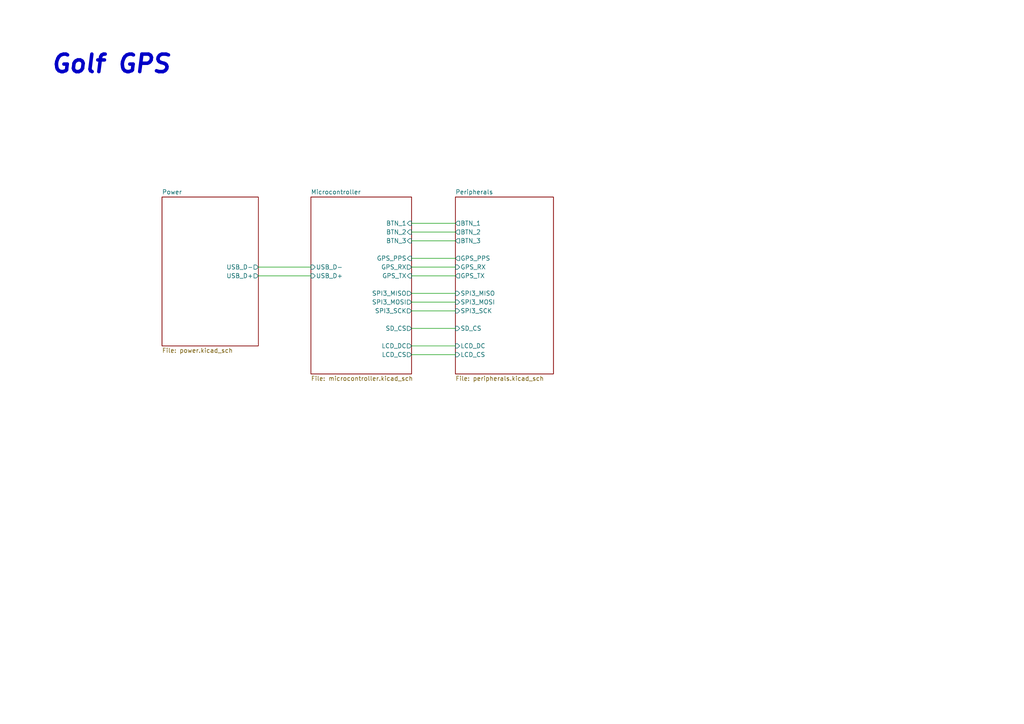
<source format=kicad_sch>
(kicad_sch
	(version 20231120)
	(generator "eeschema")
	(generator_version "8.0")
	(uuid "af7c48c8-d9c3-4e82-ac7d-cbe8954aa654")
	(paper "A4")
	(title_block
		(title "Golf GPS")
		(date "2025-06-26")
		(rev "0")
		(company "B. Kuhn")
	)
	(lib_symbols)
	(wire
		(pts
			(xy 74.93 80.01) (xy 90.17 80.01)
		)
		(stroke
			(width 0)
			(type default)
		)
		(uuid "096317c2-89a1-4216-aaf9-d9108f47adcc")
	)
	(wire
		(pts
			(xy 119.38 69.85) (xy 132.08 69.85)
		)
		(stroke
			(width 0)
			(type default)
		)
		(uuid "215be720-8183-41d1-a4d9-d714620c8159")
	)
	(wire
		(pts
			(xy 119.38 90.17) (xy 132.08 90.17)
		)
		(stroke
			(width 0)
			(type default)
		)
		(uuid "2402b135-221d-4dfd-b1d7-0b7d462208c9")
	)
	(wire
		(pts
			(xy 119.38 80.01) (xy 132.08 80.01)
		)
		(stroke
			(width 0)
			(type default)
		)
		(uuid "33b0714e-f148-4f7b-bfbf-c4efbe870874")
	)
	(wire
		(pts
			(xy 119.38 85.09) (xy 132.08 85.09)
		)
		(stroke
			(width 0)
			(type default)
		)
		(uuid "7ddd3bd3-79ea-4894-a304-293fc8996dff")
	)
	(wire
		(pts
			(xy 119.38 67.31) (xy 132.08 67.31)
		)
		(stroke
			(width 0)
			(type default)
		)
		(uuid "878bbaa6-caca-4d09-aae9-fcfdcd63eae5")
	)
	(wire
		(pts
			(xy 119.38 74.93) (xy 132.08 74.93)
		)
		(stroke
			(width 0)
			(type default)
		)
		(uuid "9497a863-dd1d-419b-ad8c-a2f74248fc78")
	)
	(wire
		(pts
			(xy 74.93 77.47) (xy 90.17 77.47)
		)
		(stroke
			(width 0)
			(type default)
		)
		(uuid "999f55bd-d96c-4625-b69a-b8297e4ca17d")
	)
	(wire
		(pts
			(xy 119.38 64.77) (xy 132.08 64.77)
		)
		(stroke
			(width 0)
			(type default)
		)
		(uuid "9d9e4312-c916-4dd2-84d6-3e5f61c70098")
	)
	(wire
		(pts
			(xy 119.38 100.33) (xy 132.08 100.33)
		)
		(stroke
			(width 0)
			(type default)
		)
		(uuid "c120b3f9-4daa-40d2-99b5-42867d209073")
	)
	(wire
		(pts
			(xy 119.38 77.47) (xy 132.08 77.47)
		)
		(stroke
			(width 0)
			(type default)
		)
		(uuid "d6761b7f-eb8a-4db0-bbea-015529d7bc9f")
	)
	(wire
		(pts
			(xy 119.38 95.25) (xy 132.08 95.25)
		)
		(stroke
			(width 0)
			(type default)
		)
		(uuid "d742fb6a-59dc-4a66-ba1b-5e4dded52bd6")
	)
	(wire
		(pts
			(xy 119.38 87.63) (xy 132.08 87.63)
		)
		(stroke
			(width 0)
			(type default)
		)
		(uuid "f5d41f02-fc1e-4d04-85b0-82fc3ecc0f37")
	)
	(wire
		(pts
			(xy 119.38 102.87) (xy 132.08 102.87)
		)
		(stroke
			(width 0)
			(type default)
		)
		(uuid "f5f14f31-e5ea-43a0-be46-952fc5baa3fd")
	)
	(text "Golf GPS"
		(exclude_from_sim no)
		(at 14.478 15.748 0)
		(effects
			(font
				(size 5.08 5.08)
				(thickness 1.016)
				(bold yes)
				(italic yes)
			)
			(justify left top)
		)
		(uuid "ecf0bbc4-48fd-4b30-9241-a98f3424e93a")
	)
	(sheet
		(at 90.17 57.15)
		(size 29.21 51.308)
		(fields_autoplaced yes)
		(stroke
			(width 0.1524)
			(type solid)
		)
		(fill
			(color 0 0 0 0.0000)
		)
		(uuid "33aaa396-8732-453d-8cc2-db0e551e4c59")
		(property "Sheetname" "Microcontroller"
			(at 90.17 56.4384 0)
			(effects
				(font
					(size 1.27 1.27)
				)
				(justify left bottom)
			)
		)
		(property "Sheetfile" "microcontroller.kicad_sch"
			(at 90.17 109.0426 0)
			(effects
				(font
					(size 1.27 1.27)
				)
				(justify left top)
			)
		)
		(pin "BTN_1" input
			(at 119.38 64.77 0)
			(effects
				(font
					(size 1.27 1.27)
				)
				(justify right)
			)
			(uuid "f652d2f8-9153-465c-a1a6-109f97ed3cc0")
		)
		(pin "BTN_2" input
			(at 119.38 67.31 0)
			(effects
				(font
					(size 1.27 1.27)
				)
				(justify right)
			)
			(uuid "1cb2b280-70cf-4c47-8440-56738d0232f5")
		)
		(pin "BTN_3" input
			(at 119.38 69.85 0)
			(effects
				(font
					(size 1.27 1.27)
				)
				(justify right)
			)
			(uuid "cd9982df-b707-42bc-b6f4-6f72d3cff2ca")
		)
		(pin "GPS_PPS" input
			(at 119.38 74.93 0)
			(effects
				(font
					(size 1.27 1.27)
				)
				(justify right)
			)
			(uuid "960b78f3-0b2a-4777-b18c-93d9866fac2b")
		)
		(pin "LCD_DC" output
			(at 119.38 100.33 0)
			(effects
				(font
					(size 1.27 1.27)
				)
				(justify right)
			)
			(uuid "8e6c0772-2fe5-4b82-b406-960abfbe90fb")
		)
		(pin "LCD_CS" output
			(at 119.38 102.87 0)
			(effects
				(font
					(size 1.27 1.27)
				)
				(justify right)
			)
			(uuid "2f92f532-ebc2-4166-b06a-bed3b2b3115b")
		)
		(pin "GPS_RX" output
			(at 119.38 77.47 0)
			(effects
				(font
					(size 1.27 1.27)
				)
				(justify right)
			)
			(uuid "8d7d36c7-95e4-4118-9fa4-0af820b61c39")
		)
		(pin "GPS_TX" input
			(at 119.38 80.01 0)
			(effects
				(font
					(size 1.27 1.27)
				)
				(justify right)
			)
			(uuid "27c30043-6697-4240-b4c1-f1feac53321a")
		)
		(pin "SD_CS" output
			(at 119.38 95.25 0)
			(effects
				(font
					(size 1.27 1.27)
				)
				(justify right)
			)
			(uuid "ead9e4b2-4cd0-4e3b-b0d3-c67c688b910f")
		)
		(pin "USB_D+" input
			(at 90.17 80.01 180)
			(effects
				(font
					(size 1.27 1.27)
				)
				(justify left)
			)
			(uuid "fe4bdedb-68e8-4076-9d2d-7bc493e81c31")
		)
		(pin "USB_D-" input
			(at 90.17 77.47 180)
			(effects
				(font
					(size 1.27 1.27)
				)
				(justify left)
			)
			(uuid "be83952f-be8b-4430-b1f7-7ae51e07f274")
		)
		(pin "SPI3_SCK" output
			(at 119.38 90.17 0)
			(effects
				(font
					(size 1.27 1.27)
				)
				(justify right)
			)
			(uuid "7fb76ab7-f82d-46b1-9c01-5f29435b9e8b")
		)
		(pin "SPI3_MISO" output
			(at 119.38 85.09 0)
			(effects
				(font
					(size 1.27 1.27)
				)
				(justify right)
			)
			(uuid "31968e8d-5395-4240-9c45-d5c67c706d12")
		)
		(pin "SPI3_MOSI" output
			(at 119.38 87.63 0)
			(effects
				(font
					(size 1.27 1.27)
				)
				(justify right)
			)
			(uuid "e512fd97-4468-4e5f-9c99-ff43308b5e59")
		)
		(instances
			(project "golf-gps"
				(path "/af7c48c8-d9c3-4e82-ac7d-cbe8954aa654"
					(page "3")
				)
			)
		)
	)
	(sheet
		(at 132.08 57.15)
		(size 28.448 51.308)
		(fields_autoplaced yes)
		(stroke
			(width 0.1524)
			(type solid)
		)
		(fill
			(color 0 0 0 0.0000)
		)
		(uuid "659223a2-9d31-48a3-b1b1-5a9edf995c88")
		(property "Sheetname" "Peripherals"
			(at 132.08 56.4384 0)
			(effects
				(font
					(size 1.27 1.27)
				)
				(justify left bottom)
			)
		)
		(property "Sheetfile" "peripherals.kicad_sch"
			(at 132.08 109.0426 0)
			(effects
				(font
					(size 1.27 1.27)
				)
				(justify left top)
			)
		)
		(pin "LCD_CS" input
			(at 132.08 102.87 180)
			(effects
				(font
					(size 1.27 1.27)
				)
				(justify left)
			)
			(uuid "19b99ea8-304c-4f43-9b7f-e470c0f61056")
		)
		(pin "LCD_DC" input
			(at 132.08 100.33 180)
			(effects
				(font
					(size 1.27 1.27)
				)
				(justify left)
			)
			(uuid "eb18d717-d8e5-4428-a713-6f5a70508227")
		)
		(pin "GPS_PPS" output
			(at 132.08 74.93 180)
			(effects
				(font
					(size 1.27 1.27)
				)
				(justify left)
			)
			(uuid "f839f5b3-1e89-42f0-935c-dbc0ad3a49c2")
		)
		(pin "BTN_3" output
			(at 132.08 69.85 180)
			(effects
				(font
					(size 1.27 1.27)
				)
				(justify left)
			)
			(uuid "064e7816-8caa-48d6-8012-9bfc503859d1")
		)
		(pin "BTN_1" output
			(at 132.08 64.77 180)
			(effects
				(font
					(size 1.27 1.27)
				)
				(justify left)
			)
			(uuid "3ee267ed-2d8b-4500-8fc1-9d22c7816e2e")
		)
		(pin "BTN_2" output
			(at 132.08 67.31 180)
			(effects
				(font
					(size 1.27 1.27)
				)
				(justify left)
			)
			(uuid "1a854bae-3409-4050-a3d6-ccd7a8e63e9b")
		)
		(pin "GPS_RX" input
			(at 132.08 77.47 180)
			(effects
				(font
					(size 1.27 1.27)
				)
				(justify left)
			)
			(uuid "d0dae7a4-e7dc-4c75-b8a1-df12edfa0348")
		)
		(pin "GPS_TX" output
			(at 132.08 80.01 180)
			(effects
				(font
					(size 1.27 1.27)
				)
				(justify left)
			)
			(uuid "3ea4c517-daf2-43a7-ab8d-503652336b32")
		)
		(pin "SD_CS" input
			(at 132.08 95.25 180)
			(effects
				(font
					(size 1.27 1.27)
				)
				(justify left)
			)
			(uuid "9fa829f9-d1e9-4efb-9be8-56ed5ae82390")
		)
		(pin "SPI3_SCK" input
			(at 132.08 90.17 180)
			(effects
				(font
					(size 1.27 1.27)
				)
				(justify left)
			)
			(uuid "9b049a42-0fdd-433b-8e59-16839d37dc84")
		)
		(pin "SPI3_MOSI" input
			(at 132.08 87.63 180)
			(effects
				(font
					(size 1.27 1.27)
				)
				(justify left)
			)
			(uuid "fd3eacee-193e-4a15-b112-3ccfd35654b7")
		)
		(pin "SPI3_MISO" input
			(at 132.08 85.09 180)
			(effects
				(font
					(size 1.27 1.27)
				)
				(justify left)
			)
			(uuid "eea06e78-2f4f-45a4-82d6-308a3b607c40")
		)
		(instances
			(project "golf-gps"
				(path "/af7c48c8-d9c3-4e82-ac7d-cbe8954aa654"
					(page "4")
				)
			)
		)
	)
	(sheet
		(at 46.99 57.15)
		(size 27.94 43.18)
		(fields_autoplaced yes)
		(stroke
			(width 0.1524)
			(type solid)
		)
		(fill
			(color 0 0 0 0.0000)
		)
		(uuid "85090442-ade3-4199-8614-07d13b35dd1e")
		(property "Sheetname" "Power"
			(at 46.99 56.4384 0)
			(effects
				(font
					(size 1.27 1.27)
				)
				(justify left bottom)
			)
		)
		(property "Sheetfile" "power.kicad_sch"
			(at 46.99 100.9146 0)
			(effects
				(font
					(size 1.27 1.27)
				)
				(justify left top)
			)
		)
		(pin "USB_D-" output
			(at 74.93 77.47 0)
			(effects
				(font
					(size 1.27 1.27)
				)
				(justify right)
			)
			(uuid "766f68f3-08e7-4d25-aca4-15ff0278045f")
		)
		(pin "USB_D+" output
			(at 74.93 80.01 0)
			(effects
				(font
					(size 1.27 1.27)
				)
				(justify right)
			)
			(uuid "a90819c0-4683-4c96-92a5-1a958e87aece")
		)
		(instances
			(project "golf-gps"
				(path "/af7c48c8-d9c3-4e82-ac7d-cbe8954aa654"
					(page "2")
				)
			)
		)
	)
	(sheet_instances
		(path "/"
			(page "1")
		)
	)
)

</source>
